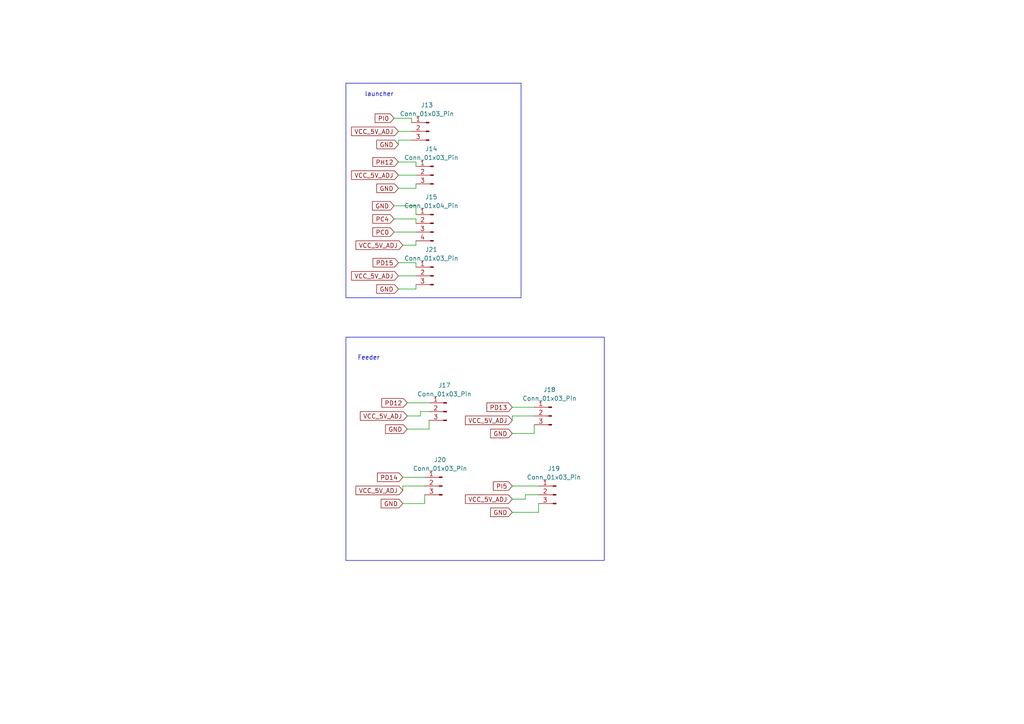
<source format=kicad_sch>
(kicad_sch (version 20250114) (generator "eeschema") (generator_version "9.0")
  (paper "A4")
  (lib_symbols
    (symbol "Connector:Conn_01x03_Pin" (pin_names (offset 1.016) (hide yes))
      (property "Reference" "J" (at 0 5.08 0))
      (property "Value" "Conn_01x03_Pin" (at 0 -5.08 0))
      (symbol "Conn_01x03_Pin_1_1"
        (rectangle (start 0.8636 2.667) (end 0 2.413) (stroke (width 0.1524)) (fill (type outline)))
        (rectangle (start 0.8636 0.127) (end 0 -0.127) (stroke (width 0.1524)) (fill (type outline)))
        (rectangle (start 0.8636 -2.413) (end 0 -2.667) (stroke (width 0.1524)) (fill (type outline)))
        (polyline (pts (xy 1.27 2.54) (xy 0.8636 2.54)) (stroke (width 0.1524)))
        (polyline (pts (xy 1.27 0) (xy 0.8636 0)) (stroke (width 0.1524)))
        (polyline (pts (xy 1.27 -2.54) (xy 0.8636 -2.54)) (stroke (width 0.1524)))
        (pin passive line (at 5.08 2.54 180) (length 3.81) (name "Pin_1") (number "1"))
        (pin passive line (at 5.08 0 180) (length 3.81) (name "Pin_2") (number "2"))
        (pin passive line (at 5.08 -2.54 180) (length 3.81) (name "Pin_3") (number "3"))
      )
    )
    (symbol "Connector:Conn_01x04_Pin" (pin_names (offset 1.016) (hide yes))
      (property "Reference" "J" (at 0 5.08 0))
      (property "Value" "Conn_01x04_Pin" (at 0 -7.62 0))
      (symbol "Conn_01x04_Pin_1_1"
        (rectangle (start 0.8636 2.667) (end 0 2.413) (stroke (width 0.1524)) (fill (type outline)))
        (rectangle (start 0.8636 0.127) (end 0 -0.127) (stroke (width 0.1524)) (fill (type outline)))
        (rectangle (start 0.8636 -2.413) (end 0 -2.667) (stroke (width 0.1524)) (fill (type outline)))
        (rectangle (start 0.8636 -4.953) (end 0 -5.207) (stroke (width 0.1524)) (fill (type outline)))
        (polyline (pts (xy 1.27 2.54) (xy 0.8636 2.54)) (stroke (width 0.1524)))
        (polyline (pts (xy 1.27 0) (xy 0.8636 0)) (stroke (width 0.1524)))
        (polyline (pts (xy 1.27 -2.54) (xy 0.8636 -2.54)) (stroke (width 0.1524)))
        (polyline (pts (xy 1.27 -5.08) (xy 0.8636 -5.08)) (stroke (width 0.1524)))
        (pin passive line (at 5.08 2.54 180) (length 3.81) (name "Pin_1") (number "1"))
        (pin passive line (at 5.08 0 180) (length 3.81) (name "Pin_2") (number "2"))
        (pin passive line (at 5.08 -2.54 180) (length 3.81) (name "Pin_3") (number "3"))
        (pin passive line (at 5.08 -5.08 180) (length 3.81) (name "Pin_4") (number "4"))
      )
    )
  )
  (rectangle (start 100.33 24.13) (end 151.13 86.36))
  (rectangle (start 100.33 97.79) (end 175.26 162.56))
  (text "launcher\n" (at 109.982 27.432 0) (effects (font (size 1.27 1.27))))
  (text "Feeder\n" (at 106.934 103.886 0) (effects (font (size 1.27 1.27))))
  (wire (pts (xy 115.57 50.8) (xy 120.65 50.8)))
  (wire (pts (xy 114.3 63.5) (xy 120.65 63.5)))
  (wire (pts (xy 120.65 59.69) (xy 120.65 62.23)))
  (wire (pts (xy 116.84 138.43) (xy 123.19 138.43)))
  (wire (pts (xy 121.92 119.38) (xy 124.46 119.38)))
  (wire (pts (xy 120.65 71.12) (xy 120.65 69.85)))
  (wire (pts (xy 152.4 143.51) (xy 156.21 143.51)))
  (wire (pts (xy 124.46 124.46) (xy 124.46 121.92)))
  (wire (pts (xy 120.65 76.2) (xy 120.65 77.47)))
  (wire (pts (xy 115.57 38.1) (xy 119.38 38.1)))
  (wire (pts (xy 148.59 120.65) (xy 154.94 120.65)))
  (wire (pts (xy 148.59 140.97) (xy 156.21 140.97)))
  (wire (pts (xy 154.94 125.73) (xy 154.94 123.19)))
  (wire (pts (xy 118.11 116.84) (xy 124.46 116.84)))
  (wire (pts (xy 118.11 124.46) (xy 124.46 124.46)))
  (wire (pts (xy 148.59 125.73) (xy 154.94 125.73)))
  (wire (pts (xy 120.65 63.5) (xy 120.65 64.77)))
  (wire (pts (xy 118.11 120.65) (xy 121.92 120.65)))
  (wire (pts (xy 148.59 148.59) (xy 156.21 148.59)))
  (wire (pts (xy 123.19 146.05) (xy 123.19 143.51)))
  (wire (pts (xy 116.84 140.97) (xy 123.19 140.97)))
  (wire (pts (xy 115.57 41.91) (xy 115.57 40.64)))
  (wire (pts (xy 120.65 54.61) (xy 120.65 53.34)))
  (wire (pts (xy 114.3 59.69) (xy 120.65 59.69)))
  (wire (pts (xy 114.3 34.29) (xy 119.38 34.29)))
  (wire (pts (xy 120.65 83.82) (xy 120.65 82.55)))
  (wire (pts (xy 115.57 80.01) (xy 120.65 80.01)))
  (wire (pts (xy 116.84 142.24) (xy 116.84 140.97)))
  (wire (pts (xy 148.59 118.11) (xy 154.94 118.11)))
  (wire (pts (xy 148.59 121.92) (xy 148.59 120.65)))
  (wire (pts (xy 156.21 148.59) (xy 156.21 146.05)))
  (wire (pts (xy 115.57 40.64) (xy 119.38 40.64)))
  (wire (pts (xy 115.57 76.2) (xy 120.65 76.2)))
  (wire (pts (xy 116.84 71.12) (xy 120.65 71.12)))
  (wire (pts (xy 115.57 46.99) (xy 120.65 46.99)))
  (wire (pts (xy 120.65 46.99) (xy 120.65 48.26)))
  (wire (pts (xy 121.92 120.65) (xy 121.92 119.38)))
  (wire (pts (xy 115.57 83.82) (xy 120.65 83.82)))
  (wire (pts (xy 114.3 67.31) (xy 120.65 67.31)))
  (wire (pts (xy 119.38 34.29) (xy 119.38 35.56)))
  (wire (pts (xy 148.59 144.78) (xy 152.4 144.78)))
  (wire (pts (xy 152.4 144.78) (xy 152.4 143.51)))
  (wire (pts (xy 116.84 146.05) (xy 123.19 146.05)))
  (wire (pts (xy 115.57 54.61) (xy 120.65 54.61)))
  (global_label "PI0" (shape input) (at 114.3 34.29 180) (property "Intersheetrefs" "${INTERSHEET_REFS}" (effects (hide yes))))
  (global_label "GND" (shape input) (at 115.57 83.82 180) (property "Intersheetrefs" "${INTERSHEET_REFS}" (effects (hide yes))))
  (global_label "PI5" (shape input) (at 148.59 140.97 180) (property "Intersheetrefs" "${INTERSHEET_REFS}" (effects (hide yes))))
  (global_label "VCC_5V_ADJ" (shape input) (at 115.57 38.1 180) (property "Intersheetrefs" "${INTERSHEET_REFS}" (effects (hide yes))))
  (global_label "VCC_5V_ADJ" (shape input) (at 116.84 142.24 180) (property "Intersheetrefs" "${INTERSHEET_REFS}" (effects (hide yes))))
  (global_label "PC0" (shape input) (at 114.3 67.31 180) (property "Intersheetrefs" "${INTERSHEET_REFS}" (effects (hide yes))))
  (global_label "VCC_5V_ADJ" (shape input) (at 148.59 144.78 180) (property "Intersheetrefs" "${INTERSHEET_REFS}" (effects (hide yes))))
  (global_label "GND" (shape input) (at 148.59 125.73 180) (property "Intersheetrefs" "${INTERSHEET_REFS}" (effects (hide yes))))
  (global_label "PC4" (shape input) (at 114.3 63.5 180) (property "Intersheetrefs" "${INTERSHEET_REFS}" (effects (hide yes))))
  (global_label "VCC_5V_ADJ" (shape input) (at 116.84 71.12 180) (property "Intersheetrefs" "${INTERSHEET_REFS}" (effects (hide yes))))
  (global_label "VCC_5V_ADJ" (shape input) (at 118.11 120.65 180) (property "Intersheetrefs" "${INTERSHEET_REFS}" (effects (hide yes))))
  (global_label "VCC_5V_ADJ" (shape input) (at 115.57 80.01 180) (property "Intersheetrefs" "${INTERSHEET_REFS}" (effects (hide yes))))
  (global_label "VCC_5V_ADJ" (shape input) (at 115.57 50.8 180) (property "Intersheetrefs" "${INTERSHEET_REFS}" (effects (hide yes))))
  (global_label "GND" (shape input) (at 116.84 146.05 180) (property "Intersheetrefs" "${INTERSHEET_REFS}" (effects (hide yes))))
  (global_label "PD13" (shape input) (at 148.59 118.11 180) (property "Intersheetrefs" "${INTERSHEET_REFS}" (effects (hide yes))))
  (global_label "VCC_5V_ADJ" (shape input) (at 148.59 121.92 180) (property "Intersheetrefs" "${INTERSHEET_REFS}" (effects (hide yes))))
  (global_label "PD15" (shape input) (at 115.57 76.2 180) (property "Intersheetrefs" "${INTERSHEET_REFS}" (effects (hide yes))))
  (global_label "PH12" (shape input) (at 115.57 46.99 180) (property "Intersheetrefs" "${INTERSHEET_REFS}" (effects (hide yes))))
  (global_label "GND" (shape input) (at 115.57 54.61 180) (property "Intersheetrefs" "${INTERSHEET_REFS}" (effects (hide yes))))
  (global_label "PD12" (shape input) (at 118.11 116.84 180) (property "Intersheetrefs" "${INTERSHEET_REFS}" (effects (hide yes))))
  (global_label "PD14" (shape input) (at 116.84 138.43 180) (property "Intersheetrefs" "${INTERSHEET_REFS}" (effects (hide yes))))
  (global_label "GND" (shape input) (at 115.57 41.91 180) (property "Intersheetrefs" "${INTERSHEET_REFS}" (effects (hide yes))))
  (global_label "GND" (shape input) (at 148.59 148.59 180) (property "Intersheetrefs" "${INTERSHEET_REFS}" (effects (hide yes))))
  (global_label "GND" (shape input) (at 118.11 124.46 180) (property "Intersheetrefs" "${INTERSHEET_REFS}" (effects (hide yes))))
  (global_label "GND" (shape input) (at 114.3 59.69 180) (property "Intersheetrefs" "${INTERSHEET_REFS}" (effects (hide yes))))
  (symbol (lib_id "Connector:Conn_01x04_Pin") (at 125.73 64.77 0) (mirror y) (unit 1)
    (property "Reference" "J15" (at 125.095 57.15 0))
    (property "Value" "Conn_01x04_Pin" (at 125.095 59.69 0))
    (property "Footprint" "Connector_PinHeader_2.54mm:PinHeader_1x04_P2.54mm_Vertical" (effects (hide yes)))
    (property "Description" "Generic connector, single row, 01x04, script generated" (effects (hide yes)))
  )
  (symbol (lib_id "Connector:Conn_01x03_Pin") (at 125.73 50.8 0) (mirror y) (unit 1)
    (property "Reference" "J14" (at 125.095 43.18 0))
    (property "Value" "Conn_01x03_Pin" (at 125.095 45.72 0))
    (property "Footprint" "Connector_PinHeader_2.54mm:PinHeader_1x03_P2.54mm_Vertical" (effects (hide yes)))
    (property "Description" "Generic connector, single row, 01x03, script generated" (effects (hide yes)))
  )
  (symbol (lib_id "Connector:Conn_01x03_Pin") (at 161.29 143.51 0) (mirror y) (unit 1)
    (property "Reference" "J19" (at 160.655 135.89 0))
    (property "Value" "Conn_01x03_Pin" (at 160.655 138.43 0))
    (property "Footprint" "Connector_PinHeader_2.54mm:PinHeader_1x03_P2.54mm_Vertical" (effects (hide yes)))
    (property "Description" "Generic connector, single row, 01x03, script generated" (effects (hide yes)))
  )
  (symbol (lib_id "Connector:Conn_01x03_Pin") (at 125.73 80.01 0) (mirror y) (unit 1)
    (property "Reference" "J21" (at 125.095 72.39 0))
    (property "Value" "Conn_01x03_Pin" (at 125.095 74.93 0))
    (property "Footprint" "Connector_PinHeader_2.54mm:PinHeader_1x03_P2.54mm_Vertical" (effects (hide yes)))
    (property "Description" "Generic connector, single row, 01x03, script generated" (effects (hide yes)))
  )
  (symbol (lib_id "Connector:Conn_01x03_Pin") (at 129.54 119.38 0) (mirror y) (unit 1)
    (property "Reference" "J17" (at 128.905 111.76 0))
    (property "Value" "Conn_01x03_Pin" (at 128.905 114.3 0))
    (property "Footprint" "Connector_PinHeader_2.54mm:PinHeader_1x03_P2.54mm_Vertical" (effects (hide yes)))
    (property "Description" "Generic connector, single row, 01x03, script generated" (effects (hide yes)))
  )
  (symbol (lib_id "Connector:Conn_01x03_Pin") (at 128.27 140.97 0) (mirror y) (unit 1)
    (property "Reference" "J20" (at 127.635 133.35 0))
    (property "Value" "Conn_01x03_Pin" (at 127.635 135.89 0))
    (property "Footprint" "Connector_PinHeader_2.54mm:PinHeader_1x03_P2.54mm_Vertical" (effects (hide yes)))
    (property "Description" "Generic connector, single row, 01x03, script generated" (effects (hide yes)))
  )
  (symbol (lib_id "Connector:Conn_01x03_Pin") (at 160.02 120.65 0) (mirror y) (unit 1)
    (property "Reference" "J18" (at 159.385 113.03 0))
    (property "Value" "Conn_01x03_Pin" (at 159.385 115.57 0))
    (property "Footprint" "Connector_PinHeader_2.54mm:PinHeader_1x03_P2.54mm_Vertical" (effects (hide yes)))
    (property "Description" "Generic connector, single row, 01x03, script generated" (effects (hide yes)))
  )
  (symbol (lib_id "Connector:Conn_01x03_Pin") (at 124.46 38.1 0) (mirror y) (unit 1)
    (property "Reference" "J13" (at 123.825 30.48 0))
    (property "Value" "Conn_01x03_Pin" (at 123.825 33.02 0))
    (property "Footprint" "Connector_PinHeader_2.54mm:PinHeader_1x03_P2.54mm_Vertical" (effects (hide yes)))
    (property "Description" "Generic connector, single row, 01x03, script generated" (effects (hide yes)))
  )
)
</source>
